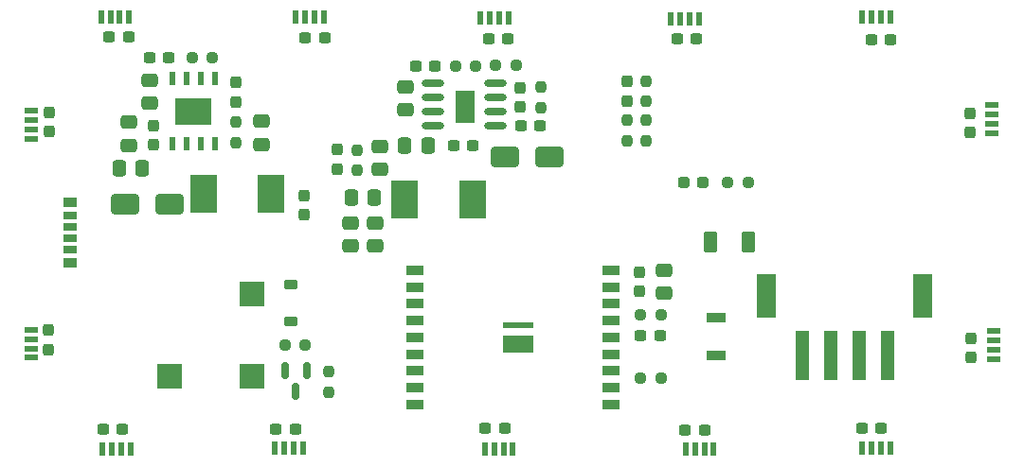
<source format=gbr>
%TF.GenerationSoftware,KiCad,Pcbnew,7.0.5*%
%TF.CreationDate,2024-01-01T11:18:53+08:00*%
%TF.ProjectId,bat_rf,6261745f-7266-42e6-9b69-6361645f7063,rev?*%
%TF.SameCoordinates,Original*%
%TF.FileFunction,Paste,Bot*%
%TF.FilePolarity,Positive*%
%FSLAX46Y46*%
G04 Gerber Fmt 4.6, Leading zero omitted, Abs format (unit mm)*
G04 Created by KiCad (PCBNEW 7.0.5) date 2024-01-01 11:18:53*
%MOMM*%
%LPD*%
G01*
G04 APERTURE LIST*
G04 Aperture macros list*
%AMRoundRect*
0 Rectangle with rounded corners*
0 $1 Rounding radius*
0 $2 $3 $4 $5 $6 $7 $8 $9 X,Y pos of 4 corners*
0 Add a 4 corners polygon primitive as box body*
4,1,4,$2,$3,$4,$5,$6,$7,$8,$9,$2,$3,0*
0 Add four circle primitives for the rounded corners*
1,1,$1+$1,$2,$3*
1,1,$1+$1,$4,$5*
1,1,$1+$1,$6,$7*
1,1,$1+$1,$8,$9*
0 Add four rect primitives between the rounded corners*
20,1,$1+$1,$2,$3,$4,$5,0*
20,1,$1+$1,$4,$5,$6,$7,0*
20,1,$1+$1,$6,$7,$8,$9,0*
20,1,$1+$1,$8,$9,$2,$3,0*%
G04 Aperture macros list end*
%ADD10R,2.350000X3.500000*%
%ADD11RoundRect,0.250000X-1.000000X-0.650000X1.000000X-0.650000X1.000000X0.650000X-1.000000X0.650000X0*%
%ADD12RoundRect,0.237500X-0.300000X-0.237500X0.300000X-0.237500X0.300000X0.237500X-0.300000X0.237500X0*%
%ADD13RoundRect,0.237500X-0.250000X-0.237500X0.250000X-0.237500X0.250000X0.237500X-0.250000X0.237500X0*%
%ADD14RoundRect,0.250000X-0.475000X0.337500X-0.475000X-0.337500X0.475000X-0.337500X0.475000X0.337500X0*%
%ADD15RoundRect,0.237500X0.300000X0.237500X-0.300000X0.237500X-0.300000X-0.237500X0.300000X-0.237500X0*%
%ADD16RoundRect,0.250000X0.475000X-0.337500X0.475000X0.337500X-0.475000X0.337500X-0.475000X-0.337500X0*%
%ADD17R,2.195000X2.195000*%
%ADD18R,0.550000X1.200000*%
%ADD19RoundRect,0.237500X-0.237500X0.300000X-0.237500X-0.300000X0.237500X-0.300000X0.237500X0.300000X0*%
%ADD20RoundRect,0.237500X0.237500X-0.287500X0.237500X0.287500X-0.237500X0.287500X-0.237500X-0.287500X0*%
%ADD21RoundRect,0.250000X-0.337500X-0.475000X0.337500X-0.475000X0.337500X0.475000X-0.337500X0.475000X0*%
%ADD22RoundRect,0.237500X-0.237500X0.250000X-0.237500X-0.250000X0.237500X-0.250000X0.237500X0.250000X0*%
%ADD23RoundRect,0.237500X0.237500X-0.250000X0.237500X0.250000X-0.237500X0.250000X-0.237500X-0.250000X0*%
%ADD24RoundRect,0.225000X-0.375000X0.225000X-0.375000X-0.225000X0.375000X-0.225000X0.375000X0.225000X0*%
%ADD25R,1.200000X0.550000*%
%ADD26RoundRect,0.237500X-0.287500X-0.237500X0.287500X-0.237500X0.287500X0.237500X-0.287500X0.237500X0*%
%ADD27RoundRect,0.150000X-0.150000X0.587500X-0.150000X-0.587500X0.150000X-0.587500X0.150000X0.587500X0*%
%ADD28RoundRect,0.237500X0.250000X0.237500X-0.250000X0.237500X-0.250000X-0.237500X0.250000X-0.237500X0*%
%ADD29RoundRect,0.237500X0.237500X-0.300000X0.237500X0.300000X-0.237500X0.300000X-0.237500X-0.300000X0*%
%ADD30R,1.800000X3.900000*%
%ADD31R,1.300000X4.500000*%
%ADD32R,1.200000X0.700000*%
%ADD33R,1.200000X0.800000*%
%ADD34R,1.200000X0.900000*%
%ADD35R,1.500000X0.900000*%
%ADD36R,2.800000X1.600000*%
%ADD37R,2.800000X0.550000*%
%ADD38RoundRect,0.250000X0.337500X0.475000X-0.337500X0.475000X-0.337500X-0.475000X0.337500X-0.475000X0*%
%ADD39RoundRect,0.250000X-0.362500X-0.700000X0.362500X-0.700000X0.362500X0.700000X-0.362500X0.700000X0*%
%ADD40R,0.600000X1.200000*%
%ADD41R,3.300000X2.400000*%
%ADD42RoundRect,0.237500X-0.237500X0.287500X-0.237500X-0.287500X0.237500X-0.287500X0.237500X0.287500X0*%
%ADD43R,1.700000X0.900000*%
%ADD44O,2.032000X0.610000*%
%ADD45R,1.800000X3.000000*%
G04 APERTURE END LIST*
D10*
%TO.C,L1*%
X66470000Y-68199000D03*
X60400000Y-68199000D03*
%TD*%
D11*
%TO.C,D1*%
X53400000Y-69100000D03*
X57400000Y-69100000D03*
%TD*%
D12*
%TO.C,C36*%
X51402500Y-89275000D03*
X53127500Y-89275000D03*
%TD*%
D13*
%TO.C,R4*%
X99452500Y-79075000D03*
X101277500Y-79075000D03*
%TD*%
D14*
%TO.C,C3*%
X76127000Y-63964500D03*
X76127000Y-66039500D03*
%TD*%
%TO.C,C13*%
X55625000Y-58011000D03*
X55625000Y-60086000D03*
%TD*%
D15*
%TO.C,C19*%
X90495500Y-62148000D03*
X88770500Y-62148000D03*
%TD*%
D16*
%TO.C,C8*%
X65600000Y-63775000D03*
X65600000Y-61700000D03*
%TD*%
D17*
%TO.C,BZ1*%
X64769724Y-77157500D03*
X64769724Y-84557500D03*
X57369724Y-84557500D03*
%TD*%
D15*
%TO.C,C15*%
X71232500Y-54200000D03*
X69507500Y-54200000D03*
%TD*%
D18*
%TO.C,LED11*%
X71160000Y-52400000D03*
X70320000Y-52400000D03*
X69480000Y-52400000D03*
X68640000Y-52400000D03*
%TD*%
D19*
%TO.C,C25*%
X46500000Y-80437500D03*
X46500000Y-82162500D03*
%TD*%
D20*
%TO.C,D14*%
X72327000Y-65977000D03*
X72327000Y-64227000D03*
%TD*%
D21*
%TO.C,C2*%
X73589500Y-68502000D03*
X75664500Y-68502000D03*
%TD*%
D22*
%TO.C,R9*%
X98245000Y-61608767D03*
X98245000Y-63433767D03*
%TD*%
D23*
%TO.C,R17*%
X74127000Y-66114500D03*
X74127000Y-64289500D03*
%TD*%
D24*
%TO.C,D5*%
X68169724Y-76307500D03*
X68169724Y-79607500D03*
%TD*%
D25*
%TO.C,LED1*%
X130900000Y-62760000D03*
X130900000Y-61920000D03*
X130900000Y-61080000D03*
X130900000Y-60240000D03*
%TD*%
D26*
%TO.C,D13*%
X103315000Y-67175000D03*
X105065000Y-67175000D03*
%TD*%
D25*
%TO.C,LED2*%
X131000000Y-82980000D03*
X131000000Y-82140000D03*
X131000000Y-81300000D03*
X131000000Y-80460000D03*
%TD*%
D27*
%TO.C,Q1*%
X67719724Y-84020000D03*
X69619724Y-84020000D03*
X68669724Y-85895000D03*
%TD*%
D23*
%TO.C,R7*%
X71569724Y-85970000D03*
X71569724Y-84145000D03*
%TD*%
D13*
%TO.C,R6*%
X67657224Y-81757500D03*
X69482224Y-81757500D03*
%TD*%
D14*
%TO.C,C20*%
X101565000Y-75037500D03*
X101565000Y-77112500D03*
%TD*%
D18*
%TO.C,LED4*%
X103485000Y-91075000D03*
X104325000Y-91075000D03*
X105165000Y-91075000D03*
X106005000Y-91075000D03*
%TD*%
D28*
%TO.C,R16*%
X88339500Y-56702000D03*
X86514500Y-56702000D03*
%TD*%
D15*
%TO.C,C14*%
X121795000Y-54365000D03*
X120070000Y-54365000D03*
%TD*%
D12*
%TO.C,C22*%
X99465000Y-80875000D03*
X101190000Y-80875000D03*
%TD*%
D28*
%TO.C,R13*%
X109077500Y-67205000D03*
X107252500Y-67205000D03*
%TD*%
D25*
%TO.C,LED13*%
X45000000Y-60760000D03*
X45000000Y-61600000D03*
X45000000Y-62440000D03*
X45000000Y-63280000D03*
%TD*%
D12*
%TO.C,C18*%
X79370500Y-56748000D03*
X81095500Y-56748000D03*
%TD*%
D29*
%TO.C,C9*%
X55900000Y-63800000D03*
X55900000Y-62075000D03*
%TD*%
D16*
%TO.C,C16*%
X78433000Y-60685500D03*
X78433000Y-58610500D03*
%TD*%
D21*
%TO.C,C4*%
X78389500Y-63902000D03*
X80464500Y-63902000D03*
%TD*%
D15*
%TO.C,C23*%
X53695000Y-54125000D03*
X51970000Y-54125000D03*
%TD*%
D18*
%TO.C,LED7*%
X51385000Y-91075000D03*
X52225000Y-91075000D03*
X53065000Y-91075000D03*
X53905000Y-91075000D03*
%TD*%
D30*
%TO.C,J2*%
X110689000Y-77325000D03*
X124711000Y-77325000D03*
D31*
X113891000Y-82675000D03*
X116431000Y-82675000D03*
X118971000Y-82675000D03*
X121511000Y-82675000D03*
%TD*%
D32*
%TO.C,J1*%
X48480000Y-72175000D03*
D33*
X48480000Y-70155000D03*
D34*
X48480000Y-68925000D03*
D32*
X48480000Y-71175000D03*
D33*
X48480000Y-73195000D03*
D34*
X48480000Y-74425000D03*
%TD*%
D19*
%TO.C,C21*%
X99365000Y-75212500D03*
X99365000Y-76937500D03*
%TD*%
D12*
%TO.C,C34*%
X85580000Y-89175000D03*
X87305000Y-89175000D03*
%TD*%
D35*
%TO.C,U3*%
X96818452Y-75055000D03*
X96818452Y-76555000D03*
X96818452Y-78055000D03*
X96818452Y-79555000D03*
X96818452Y-81055000D03*
X96818452Y-82555000D03*
X96818452Y-84055000D03*
X96818452Y-85555000D03*
X96818452Y-87055000D03*
X79318452Y-87055000D03*
X79318452Y-85555000D03*
X79318452Y-84055000D03*
X79318452Y-82555000D03*
X79318452Y-81055000D03*
X79318452Y-79555000D03*
X79318452Y-78055000D03*
X79318452Y-76555000D03*
X79318452Y-75055000D03*
D36*
X88538452Y-81685000D03*
D37*
X88538452Y-79960000D03*
%TD*%
D25*
%TO.C,LED14*%
X44995000Y-80372500D03*
X44995000Y-81212500D03*
X44995000Y-82052500D03*
X44995000Y-82892500D03*
%TD*%
D18*
%TO.C,LED6*%
X66805000Y-90975000D03*
X67645000Y-90975000D03*
X68485000Y-90975000D03*
X69325000Y-90975000D03*
%TD*%
D16*
%TO.C,C1*%
X73527000Y-72877000D03*
X73527000Y-70802000D03*
%TD*%
D12*
%TO.C,C17*%
X82770500Y-63848000D03*
X84495500Y-63848000D03*
%TD*%
%TO.C,C33*%
X103442500Y-89375000D03*
X105167500Y-89375000D03*
%TD*%
D38*
%TO.C,C10*%
X54937500Y-65937500D03*
X52862500Y-65937500D03*
%TD*%
D39*
%TO.C,FB1*%
X105737500Y-72500000D03*
X109062500Y-72500000D03*
%TD*%
D40*
%TO.C,U4*%
X61405000Y-63720500D03*
X60135000Y-63720500D03*
X58865000Y-63720500D03*
X57595000Y-63720500D03*
X57595000Y-57904500D03*
X58865000Y-57904500D03*
X60135000Y-57904500D03*
X61405000Y-57904500D03*
D41*
X59500000Y-60812500D03*
%TD*%
D16*
%TO.C,C39*%
X75727000Y-72877000D03*
X75727000Y-70802000D03*
%TD*%
D12*
%TO.C,C35*%
X66882500Y-89275000D03*
X68607500Y-89275000D03*
%TD*%
%TO.C,C32*%
X119262500Y-89175000D03*
X120987500Y-89175000D03*
%TD*%
D42*
%TO.C,D6*%
X63295000Y-58254500D03*
X63295000Y-60004500D03*
%TD*%
D15*
%TO.C,C6*%
X104457500Y-54325000D03*
X102732500Y-54325000D03*
%TD*%
D10*
%TO.C,L3*%
X84462000Y-68702000D03*
X78392000Y-68702000D03*
%TD*%
D16*
%TO.C,C11*%
X53700000Y-63875000D03*
X53700000Y-61800000D03*
%TD*%
D15*
%TO.C,C5*%
X87587500Y-54280000D03*
X85862500Y-54280000D03*
%TD*%
%TO.C,C12*%
X57287500Y-56048500D03*
X55562500Y-56048500D03*
%TD*%
D43*
%TO.C,SW2*%
X106200000Y-79300000D03*
X106200000Y-82700000D03*
%TD*%
D22*
%TO.C,R8*%
X90533000Y-58635500D03*
X90533000Y-60460500D03*
%TD*%
D18*
%TO.C,LED12*%
X53760000Y-52400000D03*
X52920000Y-52400000D03*
X52080000Y-52400000D03*
X51240000Y-52400000D03*
%TD*%
D13*
%TO.C,R5*%
X99452500Y-84700000D03*
X101277500Y-84700000D03*
%TD*%
D22*
%TO.C,R10*%
X99945000Y-58108767D03*
X99945000Y-59933767D03*
%TD*%
%TO.C,R12*%
X63300000Y-61800000D03*
X63300000Y-63625000D03*
%TD*%
D19*
%TO.C,C38*%
X88733000Y-58685500D03*
X88733000Y-60410500D03*
%TD*%
D18*
%TO.C,LED3*%
X119285000Y-90975000D03*
X120125000Y-90975000D03*
X120965000Y-90975000D03*
X121805000Y-90975000D03*
%TD*%
D19*
%TO.C,C7*%
X69400000Y-68337500D03*
X69400000Y-70062500D03*
%TD*%
%TO.C,C24*%
X46600000Y-60907500D03*
X46600000Y-62632500D03*
%TD*%
D44*
%TO.C,U1*%
X80939000Y-62142000D03*
X80939000Y-60872000D03*
X80939000Y-59602000D03*
X80939000Y-58332000D03*
X86527000Y-58332000D03*
X86527000Y-59602000D03*
X86527000Y-60872000D03*
X86527000Y-62142000D03*
D45*
X83765000Y-60375000D03*
%TD*%
D29*
%TO.C,C30*%
X128900000Y-62742500D03*
X128900000Y-61017500D03*
%TD*%
D18*
%TO.C,LED10*%
X121760000Y-52400000D03*
X120920000Y-52400000D03*
X120080000Y-52400000D03*
X119240000Y-52400000D03*
%TD*%
D23*
%TO.C,R14*%
X99945000Y-63433767D03*
X99945000Y-61608767D03*
%TD*%
D29*
%TO.C,C31*%
X129000000Y-82862500D03*
X129000000Y-81137500D03*
%TD*%
D28*
%TO.C,R15*%
X84739500Y-56802000D03*
X82914500Y-56802000D03*
%TD*%
D13*
%TO.C,R11*%
X59382500Y-56004500D03*
X61207500Y-56004500D03*
%TD*%
D11*
%TO.C,D12*%
X87300000Y-64900000D03*
X91300000Y-64900000D03*
%TD*%
D18*
%TO.C,LED8*%
X87645000Y-52480000D03*
X86805000Y-52480000D03*
X85965000Y-52480000D03*
X85125000Y-52480000D03*
%TD*%
D29*
%TO.C,C37*%
X98245000Y-59883767D03*
X98245000Y-58158767D03*
%TD*%
D18*
%TO.C,LED9*%
X104660000Y-52500000D03*
X103820000Y-52500000D03*
X102980000Y-52500000D03*
X102140000Y-52500000D03*
%TD*%
%TO.C,LED5*%
X85540000Y-91075000D03*
X86380000Y-91075000D03*
X87220000Y-91075000D03*
X88060000Y-91075000D03*
%TD*%
M02*

</source>
